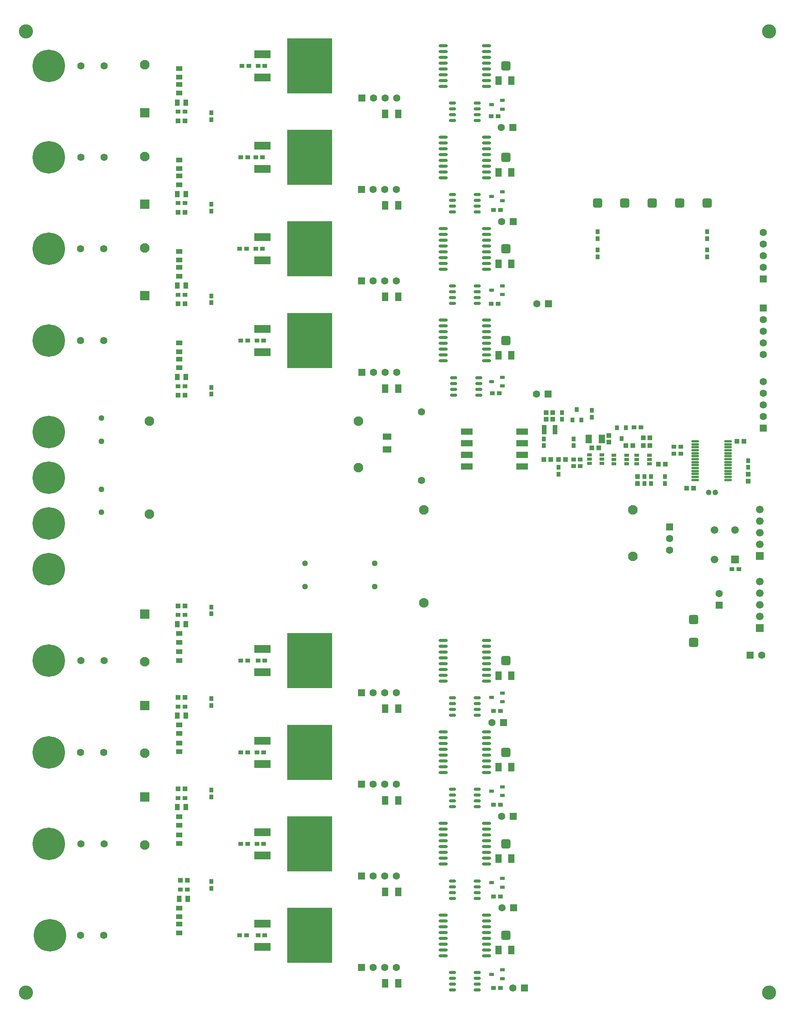
<source format=gts>
G04 Layer_Color=8388736*
%FSAX24Y24*%
%MOIN*%
G70*
G01*
G75*
%ADD59R,0.0375X0.0394*%
%ADD60R,0.0394X0.0375*%
%ADD61R,0.3879X0.4764*%
%ADD62R,0.1418X0.0670*%
%ADD63R,0.0414X0.0414*%
%ADD64R,0.0414X0.0414*%
%ADD65R,0.0394X0.0552*%
%ADD66R,0.0552X0.0394*%
%ADD67R,0.0532X0.0729*%
%ADD68O,0.0611X0.0276*%
%ADD69O,0.0788X0.0276*%
%ADD70O,0.0669X0.0217*%
%ADD71R,0.1024X0.0552*%
%ADD72R,0.0729X0.0532*%
%ADD73R,0.0434X0.0276*%
%ADD74R,0.0434X0.0804*%
%ADD75R,0.0355X0.0434*%
G04:AMPARAMS|DCode=76|XSize=82.7mil|YSize=82.7mil|CornerRadius=21.7mil|HoleSize=0mil|Usage=FLASHONLY|Rotation=0.000|XOffset=0mil|YOffset=0mil|HoleType=Round|Shape=RoundedRectangle|*
%AMROUNDEDRECTD76*
21,1,0.0827,0.0394,0,0,0.0*
21,1,0.0394,0.0827,0,0,0.0*
1,1,0.0434,0.0197,-0.0197*
1,1,0.0434,-0.0197,-0.0197*
1,1,0.0434,-0.0197,0.0197*
1,1,0.0434,0.0197,0.0197*
%
%ADD76ROUNDEDRECTD76*%
G04:AMPARAMS|DCode=77|XSize=82.7mil|YSize=82.7mil|CornerRadius=21.7mil|HoleSize=0mil|Usage=FLASHONLY|Rotation=90.000|XOffset=0mil|YOffset=0mil|HoleType=Round|Shape=RoundedRectangle|*
%AMROUNDEDRECTD77*
21,1,0.0827,0.0394,0,0,90.0*
21,1,0.0394,0.0827,0,0,90.0*
1,1,0.0434,0.0197,0.0197*
1,1,0.0434,0.0197,-0.0197*
1,1,0.0434,-0.0197,-0.0197*
1,1,0.0434,-0.0197,0.0197*
%
%ADD77ROUNDEDRECTD77*%
%ADD78C,0.0660*%
%ADD79R,0.0660X0.0660*%
%ADD80R,0.0827X0.0827*%
%ADD81C,0.0827*%
%ADD82C,0.0512*%
%ADD83C,0.0631*%
%ADD84C,0.0489*%
%ADD85R,0.0631X0.0631*%
%ADD86R,0.0631X0.0631*%
%ADD87C,0.2796*%
%ADD88C,0.1221*%
D59*
X290945Y240059D02*
D03*
Y239469D02*
D03*
Y241634D02*
D03*
Y241043D02*
D03*
X281496Y240059D02*
D03*
Y239469D02*
D03*
Y241634D02*
D03*
Y241043D02*
D03*
X294488Y221949D02*
D03*
Y221358D02*
D03*
X287303Y220571D02*
D03*
Y219980D02*
D03*
X286122Y219980D02*
D03*
Y220571D02*
D03*
X285532Y220571D02*
D03*
Y219980D02*
D03*
X248228Y209350D02*
D03*
Y208760D02*
D03*
Y193602D02*
D03*
Y193012D02*
D03*
Y201476D02*
D03*
Y200886D02*
D03*
Y185728D02*
D03*
Y185138D02*
D03*
Y227657D02*
D03*
Y228248D02*
D03*
Y235532D02*
D03*
Y236122D02*
D03*
Y243406D02*
D03*
Y243996D02*
D03*
Y251280D02*
D03*
Y251870D02*
D03*
X278150Y221358D02*
D03*
Y220768D02*
D03*
X276870Y223228D02*
D03*
Y223819D02*
D03*
X278445Y226083D02*
D03*
Y225492D02*
D03*
X281004Y225689D02*
D03*
Y226280D02*
D03*
X279429Y223819D02*
D03*
Y223228D02*
D03*
D60*
X252067Y248032D02*
D03*
X252657D02*
D03*
X250787D02*
D03*
X251378D02*
D03*
X252067Y240157D02*
D03*
X252657D02*
D03*
X250689D02*
D03*
X251280D02*
D03*
X252165Y196850D02*
D03*
X252756D02*
D03*
X250787D02*
D03*
X251378D02*
D03*
X252165Y188976D02*
D03*
X252756D02*
D03*
X250787D02*
D03*
X251378D02*
D03*
X252264Y181102D02*
D03*
X252854D02*
D03*
X250689D02*
D03*
X251280D02*
D03*
X252165Y232283D02*
D03*
X252756D02*
D03*
X250787D02*
D03*
X251378D02*
D03*
X252264Y204724D02*
D03*
X252854D02*
D03*
X250787D02*
D03*
X251378D02*
D03*
X252264Y255906D02*
D03*
X252854D02*
D03*
X250886D02*
D03*
X251476D02*
D03*
X293091Y212598D02*
D03*
X293681D02*
D03*
X279429Y221457D02*
D03*
X280020D02*
D03*
X288091Y222539D02*
D03*
X288681D02*
D03*
X245965Y208661D02*
D03*
X245374D02*
D03*
X245965Y192913D02*
D03*
X245374D02*
D03*
X245965Y200787D02*
D03*
X245374D02*
D03*
X246161Y185039D02*
D03*
X245571D02*
D03*
X245965Y228346D02*
D03*
X245374D02*
D03*
X245965Y236220D02*
D03*
X245374D02*
D03*
X245965Y244094D02*
D03*
X245374D02*
D03*
X288091Y223130D02*
D03*
X288681D02*
D03*
X245965Y251968D02*
D03*
X245374D02*
D03*
X272343Y251575D02*
D03*
X272933D02*
D03*
X272441Y227756D02*
D03*
X273032D02*
D03*
X272343Y235433D02*
D03*
X272933D02*
D03*
X272539Y243504D02*
D03*
X273130D02*
D03*
X272539Y200394D02*
D03*
X273130D02*
D03*
X272539Y176575D02*
D03*
X273130D02*
D03*
X272539Y192323D02*
D03*
X273130D02*
D03*
X272539Y184449D02*
D03*
X273130D02*
D03*
X279429Y222047D02*
D03*
X280020D02*
D03*
X285236Y224803D02*
D03*
X284646D02*
D03*
D61*
X256693Y204724D02*
D03*
Y181102D02*
D03*
Y188976D02*
D03*
Y196850D02*
D03*
X256693Y255906D02*
D03*
X256693Y232283D02*
D03*
Y240157D02*
D03*
X256693Y248032D02*
D03*
D62*
X252648Y203724D02*
D03*
Y205724D02*
D03*
Y182102D02*
D03*
Y180102D02*
D03*
Y187976D02*
D03*
Y189976D02*
D03*
Y197850D02*
D03*
Y195850D02*
D03*
X252648Y254906D02*
D03*
Y256906D02*
D03*
X252648Y233283D02*
D03*
Y231283D02*
D03*
Y239157D02*
D03*
Y241157D02*
D03*
X252648Y249032D02*
D03*
Y247031D02*
D03*
D63*
X294488Y220768D02*
D03*
Y220177D02*
D03*
X284941Y220571D02*
D03*
Y219980D02*
D03*
X282480Y223524D02*
D03*
Y224114D02*
D03*
D64*
X284547Y223228D02*
D03*
X283957D02*
D03*
X289764Y219587D02*
D03*
X289173D02*
D03*
X245374Y209449D02*
D03*
X245965D02*
D03*
X245374Y193701D02*
D03*
X245965D02*
D03*
X245374Y201575D02*
D03*
X245965D02*
D03*
X245571Y185827D02*
D03*
X246161D02*
D03*
X245965Y227559D02*
D03*
X245374D02*
D03*
X245965Y235433D02*
D03*
X245374D02*
D03*
X245965Y243307D02*
D03*
X245374D02*
D03*
X245965Y251181D02*
D03*
X245374D02*
D03*
X277461Y222047D02*
D03*
X276870D02*
D03*
X278740D02*
D03*
X278150D02*
D03*
X277657Y225492D02*
D03*
X277067D02*
D03*
X277067Y226083D02*
D03*
X277657D02*
D03*
X281004Y223032D02*
D03*
X281594D02*
D03*
X285433Y223228D02*
D03*
X286024D02*
D03*
X287343Y221654D02*
D03*
X286752D02*
D03*
X285433Y223917D02*
D03*
X286024D02*
D03*
X293504Y223622D02*
D03*
X294094D02*
D03*
D65*
X246043Y207874D02*
D03*
X245295D02*
D03*
X246043Y192126D02*
D03*
X245295D02*
D03*
X246043Y200000D02*
D03*
X245295D02*
D03*
X246220Y184252D02*
D03*
X245472D02*
D03*
X246043Y229134D02*
D03*
X245295D02*
D03*
X246043Y237008D02*
D03*
X245295D02*
D03*
X246043Y244882D02*
D03*
X245295D02*
D03*
X246043Y252756D02*
D03*
X245295D02*
D03*
D66*
X245472Y207067D02*
D03*
Y206319D02*
D03*
Y205492D02*
D03*
Y204744D02*
D03*
X245472Y191319D02*
D03*
Y190571D02*
D03*
Y189744D02*
D03*
Y188996D02*
D03*
X245472Y199213D02*
D03*
Y198465D02*
D03*
Y197638D02*
D03*
Y196890D02*
D03*
Y183445D02*
D03*
Y182697D02*
D03*
Y182067D02*
D03*
Y181319D02*
D03*
Y231319D02*
D03*
Y232067D02*
D03*
Y229941D02*
D03*
Y230689D02*
D03*
Y239193D02*
D03*
Y239941D02*
D03*
Y237815D02*
D03*
Y238563D02*
D03*
Y245689D02*
D03*
Y246437D02*
D03*
Y247067D02*
D03*
Y247815D02*
D03*
Y253563D02*
D03*
Y254311D02*
D03*
Y254941D02*
D03*
Y255689D02*
D03*
D67*
X264341Y200591D02*
D03*
X263219D02*
D03*
X264341Y184843D02*
D03*
X263219D02*
D03*
X264341Y176968D02*
D03*
X263219D02*
D03*
X264341Y192717D02*
D03*
X263219D02*
D03*
X264341Y243898D02*
D03*
X263219D02*
D03*
X264341Y236024D02*
D03*
X263219D02*
D03*
X264341Y228150D02*
D03*
X263219D02*
D03*
X272963Y254626D02*
D03*
X274085D02*
D03*
X264341Y251772D02*
D03*
X263219D02*
D03*
X272963Y246752D02*
D03*
X274085D02*
D03*
X272963Y238878D02*
D03*
X274085D02*
D03*
X272963Y187697D02*
D03*
X274085D02*
D03*
X272963Y231004D02*
D03*
X274085D02*
D03*
X272963Y195571D02*
D03*
X274085D02*
D03*
X272963Y179823D02*
D03*
X274085D02*
D03*
X272963Y203445D02*
D03*
X274085D02*
D03*
X280738Y223819D02*
D03*
X281860D02*
D03*
D68*
X271152Y176415D02*
D03*
Y176915D02*
D03*
Y177415D02*
D03*
Y177915D02*
D03*
X269006Y176415D02*
D03*
Y176915D02*
D03*
Y177415D02*
D03*
Y177915D02*
D03*
X271152Y184289D02*
D03*
Y184789D02*
D03*
Y185289D02*
D03*
Y185789D02*
D03*
X269006Y184289D02*
D03*
Y184789D02*
D03*
Y185289D02*
D03*
Y185789D02*
D03*
X271152Y192163D02*
D03*
Y192663D02*
D03*
Y193163D02*
D03*
Y193663D02*
D03*
X269006Y192163D02*
D03*
Y192663D02*
D03*
Y193163D02*
D03*
Y193663D02*
D03*
X271152Y200037D02*
D03*
Y200537D02*
D03*
Y201037D02*
D03*
Y201537D02*
D03*
X269006Y200037D02*
D03*
Y200537D02*
D03*
Y201037D02*
D03*
Y201537D02*
D03*
X271152Y235470D02*
D03*
Y235970D02*
D03*
Y236470D02*
D03*
Y236970D02*
D03*
X269006Y235470D02*
D03*
Y235970D02*
D03*
Y236470D02*
D03*
Y236970D02*
D03*
X271152Y243344D02*
D03*
Y243844D02*
D03*
Y244344D02*
D03*
Y244844D02*
D03*
X269006Y243344D02*
D03*
Y243844D02*
D03*
Y244344D02*
D03*
Y244844D02*
D03*
X271152Y251218D02*
D03*
Y251719D02*
D03*
Y252218D02*
D03*
Y252719D02*
D03*
X269006Y251218D02*
D03*
Y251719D02*
D03*
Y252218D02*
D03*
Y252719D02*
D03*
X271260Y227559D02*
D03*
Y228059D02*
D03*
Y228559D02*
D03*
Y229059D02*
D03*
X269114Y227559D02*
D03*
Y228059D02*
D03*
Y228559D02*
D03*
Y229059D02*
D03*
D69*
X268209Y241907D02*
D03*
Y241407D02*
D03*
Y240907D02*
D03*
Y240407D02*
D03*
Y239907D02*
D03*
Y239407D02*
D03*
Y238907D02*
D03*
Y238407D02*
D03*
X271949Y241907D02*
D03*
Y241407D02*
D03*
Y240907D02*
D03*
Y240407D02*
D03*
Y239907D02*
D03*
Y239407D02*
D03*
Y238907D02*
D03*
Y238407D02*
D03*
X268209Y257656D02*
D03*
Y257156D02*
D03*
Y256656D02*
D03*
Y256156D02*
D03*
Y255656D02*
D03*
Y255156D02*
D03*
Y254656D02*
D03*
Y254156D02*
D03*
X271949Y257656D02*
D03*
Y257156D02*
D03*
Y256656D02*
D03*
Y256156D02*
D03*
Y255656D02*
D03*
Y255156D02*
D03*
Y254656D02*
D03*
Y254156D02*
D03*
X268209Y249781D02*
D03*
Y249282D02*
D03*
Y248782D02*
D03*
Y248281D02*
D03*
Y247782D02*
D03*
Y247281D02*
D03*
Y246782D02*
D03*
Y246282D02*
D03*
X271949Y249781D02*
D03*
Y249282D02*
D03*
Y248782D02*
D03*
Y248281D02*
D03*
Y247782D02*
D03*
Y247281D02*
D03*
Y246782D02*
D03*
Y246282D02*
D03*
X268209Y234033D02*
D03*
Y233533D02*
D03*
Y233033D02*
D03*
Y232533D02*
D03*
Y232033D02*
D03*
Y231533D02*
D03*
Y231033D02*
D03*
Y230533D02*
D03*
X271949Y234033D02*
D03*
Y233533D02*
D03*
Y233033D02*
D03*
Y232533D02*
D03*
Y232033D02*
D03*
Y231533D02*
D03*
Y231033D02*
D03*
Y230533D02*
D03*
X268209Y206474D02*
D03*
Y205974D02*
D03*
Y205474D02*
D03*
Y204974D02*
D03*
Y204474D02*
D03*
Y203974D02*
D03*
Y203474D02*
D03*
Y202974D02*
D03*
X271949Y206474D02*
D03*
Y205974D02*
D03*
Y205474D02*
D03*
Y204974D02*
D03*
Y204474D02*
D03*
Y203974D02*
D03*
Y203474D02*
D03*
Y202974D02*
D03*
X268209Y198600D02*
D03*
Y198100D02*
D03*
Y197600D02*
D03*
Y197100D02*
D03*
Y196600D02*
D03*
Y196100D02*
D03*
Y195600D02*
D03*
Y195100D02*
D03*
X271949Y198600D02*
D03*
Y198100D02*
D03*
Y197600D02*
D03*
Y197100D02*
D03*
Y196600D02*
D03*
Y196100D02*
D03*
Y195600D02*
D03*
Y195100D02*
D03*
X268209Y190726D02*
D03*
Y190226D02*
D03*
Y189726D02*
D03*
Y189226D02*
D03*
Y188726D02*
D03*
Y188226D02*
D03*
Y187726D02*
D03*
Y187226D02*
D03*
X271949Y190726D02*
D03*
Y190226D02*
D03*
Y189726D02*
D03*
Y189226D02*
D03*
Y188726D02*
D03*
Y188226D02*
D03*
Y187726D02*
D03*
Y187226D02*
D03*
X268209Y182852D02*
D03*
Y182352D02*
D03*
Y181852D02*
D03*
Y181352D02*
D03*
Y180852D02*
D03*
Y180352D02*
D03*
Y179852D02*
D03*
Y179352D02*
D03*
X271949Y182852D02*
D03*
Y182352D02*
D03*
Y181852D02*
D03*
Y181352D02*
D03*
Y180852D02*
D03*
Y180352D02*
D03*
Y179852D02*
D03*
Y179352D02*
D03*
D70*
X292756Y220285D02*
D03*
Y220541D02*
D03*
Y220797D02*
D03*
Y221053D02*
D03*
Y221309D02*
D03*
Y221565D02*
D03*
Y221821D02*
D03*
Y222077D02*
D03*
Y222333D02*
D03*
Y222589D02*
D03*
Y222844D02*
D03*
Y223100D02*
D03*
Y223356D02*
D03*
Y223612D02*
D03*
X289921Y220285D02*
D03*
Y220541D02*
D03*
Y220797D02*
D03*
Y221053D02*
D03*
Y221309D02*
D03*
Y221565D02*
D03*
Y221821D02*
D03*
Y222077D02*
D03*
Y222333D02*
D03*
Y222589D02*
D03*
Y222844D02*
D03*
Y223100D02*
D03*
Y223356D02*
D03*
Y223612D02*
D03*
D71*
X275000Y221425D02*
D03*
Y222425D02*
D03*
Y223425D02*
D03*
Y224425D02*
D03*
X270236D02*
D03*
Y223425D02*
D03*
Y222425D02*
D03*
Y221425D02*
D03*
D72*
X263386Y222894D02*
D03*
Y224016D02*
D03*
D73*
X272362Y252559D02*
D03*
X273307Y252933D02*
D03*
Y252185D02*
D03*
X272362Y228740D02*
D03*
X273307Y229114D02*
D03*
Y228366D02*
D03*
X272362Y236614D02*
D03*
X273307Y236988D02*
D03*
Y236240D02*
D03*
X272362Y244685D02*
D03*
X273307Y245059D02*
D03*
Y244311D02*
D03*
X272362Y177756D02*
D03*
X273307Y178130D02*
D03*
Y177382D02*
D03*
X272362Y201575D02*
D03*
X273307Y201949D02*
D03*
Y201201D02*
D03*
X272362Y193504D02*
D03*
X273307Y193878D02*
D03*
Y193130D02*
D03*
X272362Y185630D02*
D03*
X273307Y186004D02*
D03*
Y185256D02*
D03*
X281890Y222441D02*
D03*
Y222067D02*
D03*
Y221693D02*
D03*
X280807D02*
D03*
Y222067D02*
D03*
Y222441D02*
D03*
X282923Y222421D02*
D03*
Y222047D02*
D03*
Y221673D02*
D03*
X284006D02*
D03*
Y222047D02*
D03*
Y222421D02*
D03*
X285974D02*
D03*
Y222047D02*
D03*
Y221673D02*
D03*
X284892D02*
D03*
Y222047D02*
D03*
Y222421D02*
D03*
D74*
X277827Y224606D02*
D03*
X276898D02*
D03*
D75*
X279350Y225423D02*
D03*
X280098D02*
D03*
X279724Y226348D02*
D03*
X283937Y224774D02*
D03*
X283189D02*
D03*
X283563Y223848D02*
D03*
D76*
X289764Y208268D02*
D03*
Y206299D02*
D03*
X281496Y244094D02*
D03*
X290945D02*
D03*
X288583D02*
D03*
X286220D02*
D03*
X283858D02*
D03*
D77*
X273622Y204724D02*
D03*
Y181102D02*
D03*
Y188976D02*
D03*
Y196850D02*
D03*
Y255906D02*
D03*
Y232283D02*
D03*
Y240157D02*
D03*
Y248032D02*
D03*
D78*
X291576Y215985D02*
D03*
X293346D02*
D03*
X291576Y213425D02*
D03*
X295472Y209528D02*
D03*
Y210528D02*
D03*
Y211528D02*
D03*
Y208528D02*
D03*
Y215748D02*
D03*
Y216748D02*
D03*
Y217748D02*
D03*
Y214748D02*
D03*
D79*
X293346Y213425D02*
D03*
X295472Y207528D02*
D03*
Y213748D02*
D03*
D80*
X242520Y236130D02*
D03*
Y193004D02*
D03*
Y251878D02*
D03*
Y208752D02*
D03*
Y244004D02*
D03*
Y200878D02*
D03*
D81*
Y240248D02*
D03*
Y188886D02*
D03*
Y255996D02*
D03*
Y204634D02*
D03*
Y248122D02*
D03*
Y196760D02*
D03*
X242913Y217323D02*
D03*
X260913Y221323D02*
D03*
X242913Y225323D02*
D03*
X260913D02*
D03*
X284535Y217717D02*
D03*
X266535D02*
D03*
X284535Y213717D02*
D03*
X266535Y209717D02*
D03*
D82*
X262303Y213091D02*
D03*
Y211122D02*
D03*
X238780Y223622D02*
D03*
Y225591D02*
D03*
X256299Y211122D02*
D03*
Y213091D02*
D03*
X238780Y217520D02*
D03*
Y219488D02*
D03*
D83*
X236976Y181102D02*
D03*
X238976D02*
D03*
X236976Y196850D02*
D03*
X238976D02*
D03*
X236976Y232283D02*
D03*
X238976D02*
D03*
X237008Y248032D02*
D03*
X239008D02*
D03*
X237008Y188976D02*
D03*
X239008D02*
D03*
X237008Y204724D02*
D03*
X239008D02*
D03*
X236976Y240157D02*
D03*
X238976D02*
D03*
X237008Y255906D02*
D03*
X239008D02*
D03*
X266339Y226142D02*
D03*
Y220236D02*
D03*
X287697Y215240D02*
D03*
Y214240D02*
D03*
X262189Y201968D02*
D03*
X263189D02*
D03*
X264189D02*
D03*
Y178346D02*
D03*
X263189D02*
D03*
X262189D02*
D03*
Y186220D02*
D03*
X263189D02*
D03*
X264189D02*
D03*
Y194094D02*
D03*
X263189D02*
D03*
X262189D02*
D03*
X262220Y253150D02*
D03*
X263220D02*
D03*
X264220D02*
D03*
X264205Y229528D02*
D03*
X263205D02*
D03*
X262205D02*
D03*
X262189Y237402D02*
D03*
X263189D02*
D03*
X264189D02*
D03*
Y245276D02*
D03*
X263189D02*
D03*
X262189D02*
D03*
X295646Y205197D02*
D03*
X291968Y210512D02*
D03*
X273228Y242520D02*
D03*
Y191339D02*
D03*
X276283Y235433D02*
D03*
X273268Y183465D02*
D03*
X276244Y227677D02*
D03*
X274197Y176575D02*
D03*
X273213Y250591D02*
D03*
X272425Y199409D02*
D03*
X295768Y228740D02*
D03*
Y227740D02*
D03*
Y226740D02*
D03*
Y225740D02*
D03*
Y238567D02*
D03*
Y239567D02*
D03*
Y240567D02*
D03*
Y241567D02*
D03*
Y231071D02*
D03*
Y232071D02*
D03*
Y233071D02*
D03*
Y234071D02*
D03*
D84*
X291092Y219193D02*
D03*
X291642D02*
D03*
D85*
X287697Y216240D02*
D03*
X291968Y209512D02*
D03*
X295768Y224740D02*
D03*
Y237567D02*
D03*
Y235071D02*
D03*
D86*
X261189Y201968D02*
D03*
Y178346D02*
D03*
Y186220D02*
D03*
Y194094D02*
D03*
X261220Y253150D02*
D03*
X261205Y229528D02*
D03*
X261189Y237402D02*
D03*
Y245276D02*
D03*
X294646Y205197D02*
D03*
X274228Y242520D02*
D03*
Y191339D02*
D03*
X277283Y235433D02*
D03*
X274268Y183465D02*
D03*
X277244Y227677D02*
D03*
X275197Y176575D02*
D03*
X274213Y250591D02*
D03*
X273425Y199409D02*
D03*
D87*
X234331Y181102D02*
D03*
X234252Y216535D02*
D03*
Y232283D02*
D03*
Y196850D02*
D03*
Y212598D02*
D03*
Y248032D02*
D03*
Y188976D02*
D03*
Y224409D02*
D03*
Y240157D02*
D03*
Y204724D02*
D03*
Y220472D02*
D03*
Y255906D02*
D03*
D88*
X232283Y258858D02*
D03*
X296260D02*
D03*
Y176181D02*
D03*
X232283D02*
D03*
M02*

</source>
